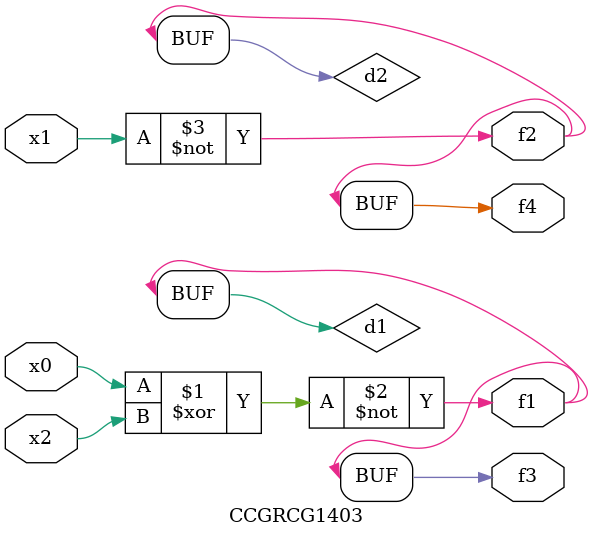
<source format=v>
module CCGRCG1403(
	input x0, x1, x2,
	output f1, f2, f3, f4
);

	wire d1, d2, d3;

	xnor (d1, x0, x2);
	nand (d2, x1);
	nor (d3, x1, x2);
	assign f1 = d1;
	assign f2 = d2;
	assign f3 = d1;
	assign f4 = d2;
endmodule

</source>
